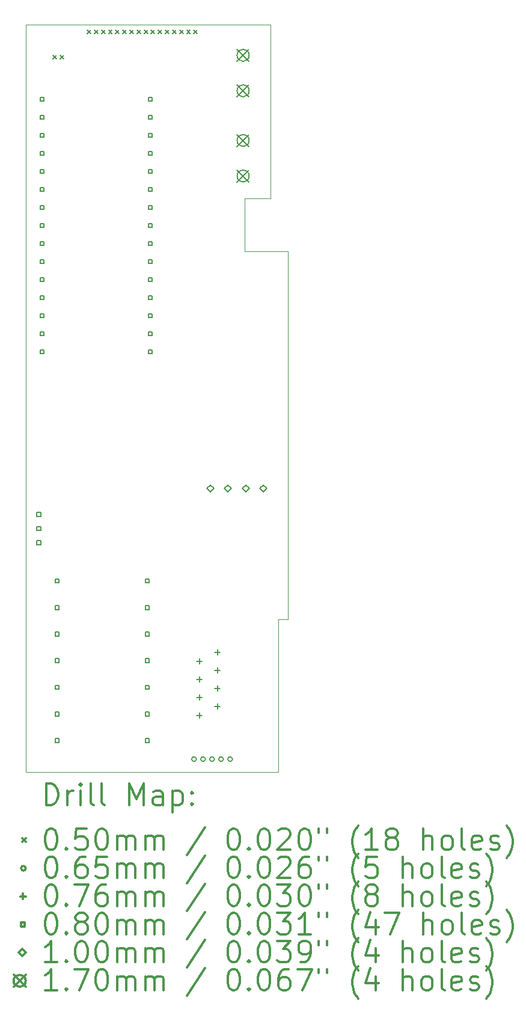
<source format=gbr>
%FSLAX45Y45*%
G04 Gerber Fmt 4.5, Leading zero omitted, Abs format (unit mm)*
G04 Created by KiCad (PCBNEW 5.1.5) date 2019-11-29 13:28:31*
%MOMM*%
%LPD*%
G04 APERTURE LIST*
%TA.AperFunction,Profile*%
%ADD10C,0.050000*%
%TD*%
%ADD11C,0.200000*%
%ADD12C,0.300000*%
G04 APERTURE END LIST*
D10*
X7310000Y-17070000D02*
X7310000Y-6550000D01*
X10870000Y-17070000D02*
X7310000Y-17070000D01*
X10870000Y-14920000D02*
X10870000Y-17070000D01*
X11000000Y-14920000D02*
X10870000Y-14920000D01*
X11000000Y-9740000D02*
X11000000Y-14920000D01*
X10390000Y-9740000D02*
X11000000Y-9740000D01*
X10390000Y-9000000D02*
X10390000Y-9740000D01*
X10760000Y-9000000D02*
X10390000Y-9000000D01*
X10760000Y-6550000D02*
X10760000Y-9000000D01*
X7310000Y-6550000D02*
X10760000Y-6550000D01*
D11*
X8175000Y-6625000D02*
X8225000Y-6675000D01*
X8225000Y-6625000D02*
X8175000Y-6675000D01*
X8275000Y-6625000D02*
X8325000Y-6675000D01*
X8325000Y-6625000D02*
X8275000Y-6675000D01*
X8375000Y-6625000D02*
X8425000Y-6675000D01*
X8425000Y-6625000D02*
X8375000Y-6675000D01*
X8475000Y-6625000D02*
X8525000Y-6675000D01*
X8525000Y-6625000D02*
X8475000Y-6675000D01*
X8575000Y-6625000D02*
X8625000Y-6675000D01*
X8625000Y-6625000D02*
X8575000Y-6675000D01*
X8675000Y-6625000D02*
X8725000Y-6675000D01*
X8725000Y-6625000D02*
X8675000Y-6675000D01*
X8775000Y-6625000D02*
X8825000Y-6675000D01*
X8825000Y-6625000D02*
X8775000Y-6675000D01*
X8875000Y-6625000D02*
X8925000Y-6675000D01*
X8925000Y-6625000D02*
X8875000Y-6675000D01*
X8975000Y-6625000D02*
X9025000Y-6675000D01*
X9025000Y-6625000D02*
X8975000Y-6675000D01*
X9075000Y-6625000D02*
X9125000Y-6675000D01*
X9125000Y-6625000D02*
X9075000Y-6675000D01*
X9175000Y-6625000D02*
X9225000Y-6675000D01*
X9225000Y-6625000D02*
X9175000Y-6675000D01*
X9275000Y-6625000D02*
X9325000Y-6675000D01*
X9325000Y-6625000D02*
X9275000Y-6675000D01*
X9375000Y-6625000D02*
X9425000Y-6675000D01*
X9425000Y-6625000D02*
X9375000Y-6675000D01*
X9475000Y-6625000D02*
X9525000Y-6675000D01*
X9525000Y-6625000D02*
X9475000Y-6675000D01*
X9575000Y-6625000D02*
X9625000Y-6675000D01*
X9625000Y-6625000D02*
X9575000Y-6675000D01*
X9675000Y-6625000D02*
X9725000Y-6675000D01*
X9725000Y-6625000D02*
X9675000Y-6675000D01*
X7695000Y-6985000D02*
X7745000Y-7035000D01*
X7745000Y-6985000D02*
X7695000Y-7035000D01*
X7795000Y-6985000D02*
X7845000Y-7035000D01*
X7845000Y-6985000D02*
X7795000Y-7035000D01*
X9711500Y-16891000D02*
G75*
G03X9711500Y-16891000I-32500J0D01*
G01*
X9838500Y-16891000D02*
G75*
G03X9838500Y-16891000I-32500J0D01*
G01*
X9965500Y-16891000D02*
G75*
G03X9965500Y-16891000I-32500J0D01*
G01*
X10092500Y-16891000D02*
G75*
G03X10092500Y-16891000I-32500J0D01*
G01*
X10219500Y-16891000D02*
G75*
G03X10219500Y-16891000I-32500J0D01*
G01*
X9756000Y-15476900D02*
X9756000Y-15553100D01*
X9717900Y-15515000D02*
X9794100Y-15515000D01*
X9756000Y-15730900D02*
X9756000Y-15807100D01*
X9717900Y-15769000D02*
X9794100Y-15769000D01*
X9756000Y-15984900D02*
X9756000Y-16061100D01*
X9717900Y-16023000D02*
X9794100Y-16023000D01*
X9756000Y-16238900D02*
X9756000Y-16315100D01*
X9717900Y-16277000D02*
X9794100Y-16277000D01*
X10010000Y-15349900D02*
X10010000Y-15426100D01*
X9971900Y-15388000D02*
X10048100Y-15388000D01*
X10010000Y-15603900D02*
X10010000Y-15680100D01*
X9971900Y-15642000D02*
X10048100Y-15642000D01*
X10010000Y-15857900D02*
X10010000Y-15934100D01*
X9971900Y-15896000D02*
X10048100Y-15896000D01*
X10010000Y-16111900D02*
X10010000Y-16188100D01*
X9971900Y-16150000D02*
X10048100Y-16150000D01*
X7778284Y-16283284D02*
X7778284Y-16226715D01*
X7721715Y-16226715D01*
X7721715Y-16283284D01*
X7778284Y-16283284D01*
X9048285Y-16283284D02*
X9048285Y-16226715D01*
X8991716Y-16226715D01*
X8991716Y-16283284D01*
X9048285Y-16283284D01*
X7778284Y-15908284D02*
X7778284Y-15851715D01*
X7721715Y-15851715D01*
X7721715Y-15908284D01*
X7778284Y-15908284D01*
X9048285Y-15908284D02*
X9048285Y-15851715D01*
X8991716Y-15851715D01*
X8991716Y-15908284D01*
X9048285Y-15908284D01*
X7778284Y-15158284D02*
X7778284Y-15101715D01*
X7721715Y-15101715D01*
X7721715Y-15158284D01*
X7778284Y-15158284D01*
X9048285Y-15158284D02*
X9048285Y-15101715D01*
X8991716Y-15101715D01*
X8991716Y-15158284D01*
X9048285Y-15158284D01*
X7568284Y-7628284D02*
X7568284Y-7571715D01*
X7511715Y-7571715D01*
X7511715Y-7628284D01*
X7568284Y-7628284D01*
X7568284Y-7882284D02*
X7568284Y-7825715D01*
X7511715Y-7825715D01*
X7511715Y-7882284D01*
X7568284Y-7882284D01*
X7568284Y-8136284D02*
X7568284Y-8079715D01*
X7511715Y-8079715D01*
X7511715Y-8136284D01*
X7568284Y-8136284D01*
X7568284Y-8390285D02*
X7568284Y-8333715D01*
X7511715Y-8333715D01*
X7511715Y-8390285D01*
X7568284Y-8390285D01*
X7568284Y-8644285D02*
X7568284Y-8587716D01*
X7511715Y-8587716D01*
X7511715Y-8644285D01*
X7568284Y-8644285D01*
X7568284Y-8898285D02*
X7568284Y-8841716D01*
X7511715Y-8841716D01*
X7511715Y-8898285D01*
X7568284Y-8898285D01*
X7568284Y-9152285D02*
X7568284Y-9095716D01*
X7511715Y-9095716D01*
X7511715Y-9152285D01*
X7568284Y-9152285D01*
X7568284Y-9406285D02*
X7568284Y-9349716D01*
X7511715Y-9349716D01*
X7511715Y-9406285D01*
X7568284Y-9406285D01*
X7568284Y-9660285D02*
X7568284Y-9603716D01*
X7511715Y-9603716D01*
X7511715Y-9660285D01*
X7568284Y-9660285D01*
X7568284Y-9914285D02*
X7568284Y-9857716D01*
X7511715Y-9857716D01*
X7511715Y-9914285D01*
X7568284Y-9914285D01*
X7568284Y-10168285D02*
X7568284Y-10111716D01*
X7511715Y-10111716D01*
X7511715Y-10168285D01*
X7568284Y-10168285D01*
X7568284Y-10422285D02*
X7568284Y-10365716D01*
X7511715Y-10365716D01*
X7511715Y-10422285D01*
X7568284Y-10422285D01*
X7568284Y-10676285D02*
X7568284Y-10619716D01*
X7511715Y-10619716D01*
X7511715Y-10676285D01*
X7568284Y-10676285D01*
X7568284Y-10930285D02*
X7568284Y-10873716D01*
X7511715Y-10873716D01*
X7511715Y-10930285D01*
X7568284Y-10930285D01*
X7568284Y-11184285D02*
X7568284Y-11127716D01*
X7511715Y-11127716D01*
X7511715Y-11184285D01*
X7568284Y-11184285D01*
X9092285Y-7628284D02*
X9092285Y-7571715D01*
X9035716Y-7571715D01*
X9035716Y-7628284D01*
X9092285Y-7628284D01*
X9092285Y-7882284D02*
X9092285Y-7825715D01*
X9035716Y-7825715D01*
X9035716Y-7882284D01*
X9092285Y-7882284D01*
X9092285Y-8136284D02*
X9092285Y-8079715D01*
X9035716Y-8079715D01*
X9035716Y-8136284D01*
X9092285Y-8136284D01*
X9092285Y-8390285D02*
X9092285Y-8333715D01*
X9035716Y-8333715D01*
X9035716Y-8390285D01*
X9092285Y-8390285D01*
X9092285Y-8644285D02*
X9092285Y-8587716D01*
X9035716Y-8587716D01*
X9035716Y-8644285D01*
X9092285Y-8644285D01*
X9092285Y-8898285D02*
X9092285Y-8841716D01*
X9035716Y-8841716D01*
X9035716Y-8898285D01*
X9092285Y-8898285D01*
X9092285Y-9152285D02*
X9092285Y-9095716D01*
X9035716Y-9095716D01*
X9035716Y-9152285D01*
X9092285Y-9152285D01*
X9092285Y-9406285D02*
X9092285Y-9349716D01*
X9035716Y-9349716D01*
X9035716Y-9406285D01*
X9092285Y-9406285D01*
X9092285Y-9660285D02*
X9092285Y-9603716D01*
X9035716Y-9603716D01*
X9035716Y-9660285D01*
X9092285Y-9660285D01*
X9092285Y-9914285D02*
X9092285Y-9857716D01*
X9035716Y-9857716D01*
X9035716Y-9914285D01*
X9092285Y-9914285D01*
X9092285Y-10168285D02*
X9092285Y-10111716D01*
X9035716Y-10111716D01*
X9035716Y-10168285D01*
X9092285Y-10168285D01*
X9092285Y-10422285D02*
X9092285Y-10365716D01*
X9035716Y-10365716D01*
X9035716Y-10422285D01*
X9092285Y-10422285D01*
X9092285Y-10676285D02*
X9092285Y-10619716D01*
X9035716Y-10619716D01*
X9035716Y-10676285D01*
X9092285Y-10676285D01*
X9092285Y-10930285D02*
X9092285Y-10873716D01*
X9035716Y-10873716D01*
X9035716Y-10930285D01*
X9092285Y-10930285D01*
X9092285Y-11184285D02*
X9092285Y-11127716D01*
X9035716Y-11127716D01*
X9035716Y-11184285D01*
X9092285Y-11184285D01*
X7521284Y-13471284D02*
X7521284Y-13414715D01*
X7464715Y-13414715D01*
X7464715Y-13471284D01*
X7521284Y-13471284D01*
X7521284Y-13671284D02*
X7521284Y-13614715D01*
X7464715Y-13614715D01*
X7464715Y-13671284D01*
X7521284Y-13671284D01*
X7521284Y-13871284D02*
X7521284Y-13814715D01*
X7464715Y-13814715D01*
X7464715Y-13871284D01*
X7521284Y-13871284D01*
X7778284Y-14783284D02*
X7778284Y-14726715D01*
X7721715Y-14726715D01*
X7721715Y-14783284D01*
X7778284Y-14783284D01*
X9048285Y-14783284D02*
X9048285Y-14726715D01*
X8991716Y-14726715D01*
X8991716Y-14783284D01*
X9048285Y-14783284D01*
X7778284Y-15533284D02*
X7778284Y-15476715D01*
X7721715Y-15476715D01*
X7721715Y-15533284D01*
X7778284Y-15533284D01*
X9048285Y-15533284D02*
X9048285Y-15476715D01*
X8991716Y-15476715D01*
X8991716Y-15533284D01*
X9048285Y-15533284D01*
X7778284Y-14408284D02*
X7778284Y-14351715D01*
X7721715Y-14351715D01*
X7721715Y-14408284D01*
X7778284Y-14408284D01*
X9048285Y-14408284D02*
X9048285Y-14351715D01*
X8991716Y-14351715D01*
X8991716Y-14408284D01*
X9048285Y-14408284D01*
X7778284Y-16658284D02*
X7778284Y-16601715D01*
X7721715Y-16601715D01*
X7721715Y-16658284D01*
X7778284Y-16658284D01*
X9048285Y-16658284D02*
X9048285Y-16601715D01*
X8991716Y-16601715D01*
X8991716Y-16658284D01*
X9048285Y-16658284D01*
X9906000Y-13131000D02*
X9956000Y-13081000D01*
X9906000Y-13031000D01*
X9856000Y-13081000D01*
X9906000Y-13131000D01*
X10156000Y-13131000D02*
X10206000Y-13081000D01*
X10156000Y-13031000D01*
X10106000Y-13081000D01*
X10156000Y-13131000D01*
X10406000Y-13131000D02*
X10456000Y-13081000D01*
X10406000Y-13031000D01*
X10356000Y-13081000D01*
X10406000Y-13131000D01*
X10656000Y-13131000D02*
X10706000Y-13081000D01*
X10656000Y-13031000D01*
X10606000Y-13081000D01*
X10656000Y-13131000D01*
X10285000Y-6895000D02*
X10455000Y-7065000D01*
X10455000Y-6895000D02*
X10285000Y-7065000D01*
X10455000Y-6980000D02*
G75*
G03X10455000Y-6980000I-85000J0D01*
G01*
X10285000Y-7395000D02*
X10455000Y-7565000D01*
X10455000Y-7395000D02*
X10285000Y-7565000D01*
X10455000Y-7480000D02*
G75*
G03X10455000Y-7480000I-85000J0D01*
G01*
X10285000Y-8095000D02*
X10455000Y-8265000D01*
X10455000Y-8095000D02*
X10285000Y-8265000D01*
X10455000Y-8180000D02*
G75*
G03X10455000Y-8180000I-85000J0D01*
G01*
X10285000Y-8595000D02*
X10455000Y-8765000D01*
X10455000Y-8595000D02*
X10285000Y-8765000D01*
X10455000Y-8680000D02*
G75*
G03X10455000Y-8680000I-85000J0D01*
G01*
D12*
X7593928Y-17538214D02*
X7593928Y-17238214D01*
X7665357Y-17238214D01*
X7708214Y-17252500D01*
X7736786Y-17281072D01*
X7751071Y-17309643D01*
X7765357Y-17366786D01*
X7765357Y-17409643D01*
X7751071Y-17466786D01*
X7736786Y-17495357D01*
X7708214Y-17523929D01*
X7665357Y-17538214D01*
X7593928Y-17538214D01*
X7893928Y-17538214D02*
X7893928Y-17338214D01*
X7893928Y-17395357D02*
X7908214Y-17366786D01*
X7922500Y-17352500D01*
X7951071Y-17338214D01*
X7979643Y-17338214D01*
X8079643Y-17538214D02*
X8079643Y-17338214D01*
X8079643Y-17238214D02*
X8065357Y-17252500D01*
X8079643Y-17266786D01*
X8093928Y-17252500D01*
X8079643Y-17238214D01*
X8079643Y-17266786D01*
X8265357Y-17538214D02*
X8236786Y-17523929D01*
X8222500Y-17495357D01*
X8222500Y-17238214D01*
X8422500Y-17538214D02*
X8393928Y-17523929D01*
X8379643Y-17495357D01*
X8379643Y-17238214D01*
X8765357Y-17538214D02*
X8765357Y-17238214D01*
X8865357Y-17452500D01*
X8965357Y-17238214D01*
X8965357Y-17538214D01*
X9236786Y-17538214D02*
X9236786Y-17381072D01*
X9222500Y-17352500D01*
X9193928Y-17338214D01*
X9136786Y-17338214D01*
X9108214Y-17352500D01*
X9236786Y-17523929D02*
X9208214Y-17538214D01*
X9136786Y-17538214D01*
X9108214Y-17523929D01*
X9093928Y-17495357D01*
X9093928Y-17466786D01*
X9108214Y-17438214D01*
X9136786Y-17423929D01*
X9208214Y-17423929D01*
X9236786Y-17409643D01*
X9379643Y-17338214D02*
X9379643Y-17638214D01*
X9379643Y-17352500D02*
X9408214Y-17338214D01*
X9465357Y-17338214D01*
X9493928Y-17352500D01*
X9508214Y-17366786D01*
X9522500Y-17395357D01*
X9522500Y-17481072D01*
X9508214Y-17509643D01*
X9493928Y-17523929D01*
X9465357Y-17538214D01*
X9408214Y-17538214D01*
X9379643Y-17523929D01*
X9651071Y-17509643D02*
X9665357Y-17523929D01*
X9651071Y-17538214D01*
X9636786Y-17523929D01*
X9651071Y-17509643D01*
X9651071Y-17538214D01*
X9651071Y-17352500D02*
X9665357Y-17366786D01*
X9651071Y-17381072D01*
X9636786Y-17366786D01*
X9651071Y-17352500D01*
X9651071Y-17381072D01*
X7257500Y-18007500D02*
X7307500Y-18057500D01*
X7307500Y-18007500D02*
X7257500Y-18057500D01*
X7651071Y-17868214D02*
X7679643Y-17868214D01*
X7708214Y-17882500D01*
X7722500Y-17896786D01*
X7736786Y-17925357D01*
X7751071Y-17982500D01*
X7751071Y-18053929D01*
X7736786Y-18111072D01*
X7722500Y-18139643D01*
X7708214Y-18153929D01*
X7679643Y-18168214D01*
X7651071Y-18168214D01*
X7622500Y-18153929D01*
X7608214Y-18139643D01*
X7593928Y-18111072D01*
X7579643Y-18053929D01*
X7579643Y-17982500D01*
X7593928Y-17925357D01*
X7608214Y-17896786D01*
X7622500Y-17882500D01*
X7651071Y-17868214D01*
X7879643Y-18139643D02*
X7893928Y-18153929D01*
X7879643Y-18168214D01*
X7865357Y-18153929D01*
X7879643Y-18139643D01*
X7879643Y-18168214D01*
X8165357Y-17868214D02*
X8022500Y-17868214D01*
X8008214Y-18011072D01*
X8022500Y-17996786D01*
X8051071Y-17982500D01*
X8122500Y-17982500D01*
X8151071Y-17996786D01*
X8165357Y-18011072D01*
X8179643Y-18039643D01*
X8179643Y-18111072D01*
X8165357Y-18139643D01*
X8151071Y-18153929D01*
X8122500Y-18168214D01*
X8051071Y-18168214D01*
X8022500Y-18153929D01*
X8008214Y-18139643D01*
X8365357Y-17868214D02*
X8393928Y-17868214D01*
X8422500Y-17882500D01*
X8436786Y-17896786D01*
X8451071Y-17925357D01*
X8465357Y-17982500D01*
X8465357Y-18053929D01*
X8451071Y-18111072D01*
X8436786Y-18139643D01*
X8422500Y-18153929D01*
X8393928Y-18168214D01*
X8365357Y-18168214D01*
X8336786Y-18153929D01*
X8322500Y-18139643D01*
X8308214Y-18111072D01*
X8293928Y-18053929D01*
X8293928Y-17982500D01*
X8308214Y-17925357D01*
X8322500Y-17896786D01*
X8336786Y-17882500D01*
X8365357Y-17868214D01*
X8593928Y-18168214D02*
X8593928Y-17968214D01*
X8593928Y-17996786D02*
X8608214Y-17982500D01*
X8636786Y-17968214D01*
X8679643Y-17968214D01*
X8708214Y-17982500D01*
X8722500Y-18011072D01*
X8722500Y-18168214D01*
X8722500Y-18011072D02*
X8736786Y-17982500D01*
X8765357Y-17968214D01*
X8808214Y-17968214D01*
X8836786Y-17982500D01*
X8851071Y-18011072D01*
X8851071Y-18168214D01*
X8993928Y-18168214D02*
X8993928Y-17968214D01*
X8993928Y-17996786D02*
X9008214Y-17982500D01*
X9036786Y-17968214D01*
X9079643Y-17968214D01*
X9108214Y-17982500D01*
X9122500Y-18011072D01*
X9122500Y-18168214D01*
X9122500Y-18011072D02*
X9136786Y-17982500D01*
X9165357Y-17968214D01*
X9208214Y-17968214D01*
X9236786Y-17982500D01*
X9251071Y-18011072D01*
X9251071Y-18168214D01*
X9836786Y-17853929D02*
X9579643Y-18239643D01*
X10222500Y-17868214D02*
X10251071Y-17868214D01*
X10279643Y-17882500D01*
X10293928Y-17896786D01*
X10308214Y-17925357D01*
X10322500Y-17982500D01*
X10322500Y-18053929D01*
X10308214Y-18111072D01*
X10293928Y-18139643D01*
X10279643Y-18153929D01*
X10251071Y-18168214D01*
X10222500Y-18168214D01*
X10193928Y-18153929D01*
X10179643Y-18139643D01*
X10165357Y-18111072D01*
X10151071Y-18053929D01*
X10151071Y-17982500D01*
X10165357Y-17925357D01*
X10179643Y-17896786D01*
X10193928Y-17882500D01*
X10222500Y-17868214D01*
X10451071Y-18139643D02*
X10465357Y-18153929D01*
X10451071Y-18168214D01*
X10436786Y-18153929D01*
X10451071Y-18139643D01*
X10451071Y-18168214D01*
X10651071Y-17868214D02*
X10679643Y-17868214D01*
X10708214Y-17882500D01*
X10722500Y-17896786D01*
X10736786Y-17925357D01*
X10751071Y-17982500D01*
X10751071Y-18053929D01*
X10736786Y-18111072D01*
X10722500Y-18139643D01*
X10708214Y-18153929D01*
X10679643Y-18168214D01*
X10651071Y-18168214D01*
X10622500Y-18153929D01*
X10608214Y-18139643D01*
X10593928Y-18111072D01*
X10579643Y-18053929D01*
X10579643Y-17982500D01*
X10593928Y-17925357D01*
X10608214Y-17896786D01*
X10622500Y-17882500D01*
X10651071Y-17868214D01*
X10865357Y-17896786D02*
X10879643Y-17882500D01*
X10908214Y-17868214D01*
X10979643Y-17868214D01*
X11008214Y-17882500D01*
X11022500Y-17896786D01*
X11036786Y-17925357D01*
X11036786Y-17953929D01*
X11022500Y-17996786D01*
X10851071Y-18168214D01*
X11036786Y-18168214D01*
X11222500Y-17868214D02*
X11251071Y-17868214D01*
X11279643Y-17882500D01*
X11293928Y-17896786D01*
X11308214Y-17925357D01*
X11322500Y-17982500D01*
X11322500Y-18053929D01*
X11308214Y-18111072D01*
X11293928Y-18139643D01*
X11279643Y-18153929D01*
X11251071Y-18168214D01*
X11222500Y-18168214D01*
X11193928Y-18153929D01*
X11179643Y-18139643D01*
X11165357Y-18111072D01*
X11151071Y-18053929D01*
X11151071Y-17982500D01*
X11165357Y-17925357D01*
X11179643Y-17896786D01*
X11193928Y-17882500D01*
X11222500Y-17868214D01*
X11436786Y-17868214D02*
X11436786Y-17925357D01*
X11551071Y-17868214D02*
X11551071Y-17925357D01*
X11993928Y-18282500D02*
X11979643Y-18268214D01*
X11951071Y-18225357D01*
X11936786Y-18196786D01*
X11922500Y-18153929D01*
X11908214Y-18082500D01*
X11908214Y-18025357D01*
X11922500Y-17953929D01*
X11936786Y-17911072D01*
X11951071Y-17882500D01*
X11979643Y-17839643D01*
X11993928Y-17825357D01*
X12265357Y-18168214D02*
X12093928Y-18168214D01*
X12179643Y-18168214D02*
X12179643Y-17868214D01*
X12151071Y-17911072D01*
X12122500Y-17939643D01*
X12093928Y-17953929D01*
X12436786Y-17996786D02*
X12408214Y-17982500D01*
X12393928Y-17968214D01*
X12379643Y-17939643D01*
X12379643Y-17925357D01*
X12393928Y-17896786D01*
X12408214Y-17882500D01*
X12436786Y-17868214D01*
X12493928Y-17868214D01*
X12522500Y-17882500D01*
X12536786Y-17896786D01*
X12551071Y-17925357D01*
X12551071Y-17939643D01*
X12536786Y-17968214D01*
X12522500Y-17982500D01*
X12493928Y-17996786D01*
X12436786Y-17996786D01*
X12408214Y-18011072D01*
X12393928Y-18025357D01*
X12379643Y-18053929D01*
X12379643Y-18111072D01*
X12393928Y-18139643D01*
X12408214Y-18153929D01*
X12436786Y-18168214D01*
X12493928Y-18168214D01*
X12522500Y-18153929D01*
X12536786Y-18139643D01*
X12551071Y-18111072D01*
X12551071Y-18053929D01*
X12536786Y-18025357D01*
X12522500Y-18011072D01*
X12493928Y-17996786D01*
X12908214Y-18168214D02*
X12908214Y-17868214D01*
X13036786Y-18168214D02*
X13036786Y-18011072D01*
X13022500Y-17982500D01*
X12993928Y-17968214D01*
X12951071Y-17968214D01*
X12922500Y-17982500D01*
X12908214Y-17996786D01*
X13222500Y-18168214D02*
X13193928Y-18153929D01*
X13179643Y-18139643D01*
X13165357Y-18111072D01*
X13165357Y-18025357D01*
X13179643Y-17996786D01*
X13193928Y-17982500D01*
X13222500Y-17968214D01*
X13265357Y-17968214D01*
X13293928Y-17982500D01*
X13308214Y-17996786D01*
X13322500Y-18025357D01*
X13322500Y-18111072D01*
X13308214Y-18139643D01*
X13293928Y-18153929D01*
X13265357Y-18168214D01*
X13222500Y-18168214D01*
X13493928Y-18168214D02*
X13465357Y-18153929D01*
X13451071Y-18125357D01*
X13451071Y-17868214D01*
X13722500Y-18153929D02*
X13693928Y-18168214D01*
X13636786Y-18168214D01*
X13608214Y-18153929D01*
X13593928Y-18125357D01*
X13593928Y-18011072D01*
X13608214Y-17982500D01*
X13636786Y-17968214D01*
X13693928Y-17968214D01*
X13722500Y-17982500D01*
X13736786Y-18011072D01*
X13736786Y-18039643D01*
X13593928Y-18068214D01*
X13851071Y-18153929D02*
X13879643Y-18168214D01*
X13936786Y-18168214D01*
X13965357Y-18153929D01*
X13979643Y-18125357D01*
X13979643Y-18111072D01*
X13965357Y-18082500D01*
X13936786Y-18068214D01*
X13893928Y-18068214D01*
X13865357Y-18053929D01*
X13851071Y-18025357D01*
X13851071Y-18011072D01*
X13865357Y-17982500D01*
X13893928Y-17968214D01*
X13936786Y-17968214D01*
X13965357Y-17982500D01*
X14079643Y-18282500D02*
X14093928Y-18268214D01*
X14122500Y-18225357D01*
X14136786Y-18196786D01*
X14151071Y-18153929D01*
X14165357Y-18082500D01*
X14165357Y-18025357D01*
X14151071Y-17953929D01*
X14136786Y-17911072D01*
X14122500Y-17882500D01*
X14093928Y-17839643D01*
X14079643Y-17825357D01*
X7307500Y-18428500D02*
G75*
G03X7307500Y-18428500I-32500J0D01*
G01*
X7651071Y-18264214D02*
X7679643Y-18264214D01*
X7708214Y-18278500D01*
X7722500Y-18292786D01*
X7736786Y-18321357D01*
X7751071Y-18378500D01*
X7751071Y-18449929D01*
X7736786Y-18507072D01*
X7722500Y-18535643D01*
X7708214Y-18549929D01*
X7679643Y-18564214D01*
X7651071Y-18564214D01*
X7622500Y-18549929D01*
X7608214Y-18535643D01*
X7593928Y-18507072D01*
X7579643Y-18449929D01*
X7579643Y-18378500D01*
X7593928Y-18321357D01*
X7608214Y-18292786D01*
X7622500Y-18278500D01*
X7651071Y-18264214D01*
X7879643Y-18535643D02*
X7893928Y-18549929D01*
X7879643Y-18564214D01*
X7865357Y-18549929D01*
X7879643Y-18535643D01*
X7879643Y-18564214D01*
X8151071Y-18264214D02*
X8093928Y-18264214D01*
X8065357Y-18278500D01*
X8051071Y-18292786D01*
X8022500Y-18335643D01*
X8008214Y-18392786D01*
X8008214Y-18507072D01*
X8022500Y-18535643D01*
X8036786Y-18549929D01*
X8065357Y-18564214D01*
X8122500Y-18564214D01*
X8151071Y-18549929D01*
X8165357Y-18535643D01*
X8179643Y-18507072D01*
X8179643Y-18435643D01*
X8165357Y-18407072D01*
X8151071Y-18392786D01*
X8122500Y-18378500D01*
X8065357Y-18378500D01*
X8036786Y-18392786D01*
X8022500Y-18407072D01*
X8008214Y-18435643D01*
X8451071Y-18264214D02*
X8308214Y-18264214D01*
X8293928Y-18407072D01*
X8308214Y-18392786D01*
X8336786Y-18378500D01*
X8408214Y-18378500D01*
X8436786Y-18392786D01*
X8451071Y-18407072D01*
X8465357Y-18435643D01*
X8465357Y-18507072D01*
X8451071Y-18535643D01*
X8436786Y-18549929D01*
X8408214Y-18564214D01*
X8336786Y-18564214D01*
X8308214Y-18549929D01*
X8293928Y-18535643D01*
X8593928Y-18564214D02*
X8593928Y-18364214D01*
X8593928Y-18392786D02*
X8608214Y-18378500D01*
X8636786Y-18364214D01*
X8679643Y-18364214D01*
X8708214Y-18378500D01*
X8722500Y-18407072D01*
X8722500Y-18564214D01*
X8722500Y-18407072D02*
X8736786Y-18378500D01*
X8765357Y-18364214D01*
X8808214Y-18364214D01*
X8836786Y-18378500D01*
X8851071Y-18407072D01*
X8851071Y-18564214D01*
X8993928Y-18564214D02*
X8993928Y-18364214D01*
X8993928Y-18392786D02*
X9008214Y-18378500D01*
X9036786Y-18364214D01*
X9079643Y-18364214D01*
X9108214Y-18378500D01*
X9122500Y-18407072D01*
X9122500Y-18564214D01*
X9122500Y-18407072D02*
X9136786Y-18378500D01*
X9165357Y-18364214D01*
X9208214Y-18364214D01*
X9236786Y-18378500D01*
X9251071Y-18407072D01*
X9251071Y-18564214D01*
X9836786Y-18249929D02*
X9579643Y-18635643D01*
X10222500Y-18264214D02*
X10251071Y-18264214D01*
X10279643Y-18278500D01*
X10293928Y-18292786D01*
X10308214Y-18321357D01*
X10322500Y-18378500D01*
X10322500Y-18449929D01*
X10308214Y-18507072D01*
X10293928Y-18535643D01*
X10279643Y-18549929D01*
X10251071Y-18564214D01*
X10222500Y-18564214D01*
X10193928Y-18549929D01*
X10179643Y-18535643D01*
X10165357Y-18507072D01*
X10151071Y-18449929D01*
X10151071Y-18378500D01*
X10165357Y-18321357D01*
X10179643Y-18292786D01*
X10193928Y-18278500D01*
X10222500Y-18264214D01*
X10451071Y-18535643D02*
X10465357Y-18549929D01*
X10451071Y-18564214D01*
X10436786Y-18549929D01*
X10451071Y-18535643D01*
X10451071Y-18564214D01*
X10651071Y-18264214D02*
X10679643Y-18264214D01*
X10708214Y-18278500D01*
X10722500Y-18292786D01*
X10736786Y-18321357D01*
X10751071Y-18378500D01*
X10751071Y-18449929D01*
X10736786Y-18507072D01*
X10722500Y-18535643D01*
X10708214Y-18549929D01*
X10679643Y-18564214D01*
X10651071Y-18564214D01*
X10622500Y-18549929D01*
X10608214Y-18535643D01*
X10593928Y-18507072D01*
X10579643Y-18449929D01*
X10579643Y-18378500D01*
X10593928Y-18321357D01*
X10608214Y-18292786D01*
X10622500Y-18278500D01*
X10651071Y-18264214D01*
X10865357Y-18292786D02*
X10879643Y-18278500D01*
X10908214Y-18264214D01*
X10979643Y-18264214D01*
X11008214Y-18278500D01*
X11022500Y-18292786D01*
X11036786Y-18321357D01*
X11036786Y-18349929D01*
X11022500Y-18392786D01*
X10851071Y-18564214D01*
X11036786Y-18564214D01*
X11293928Y-18264214D02*
X11236786Y-18264214D01*
X11208214Y-18278500D01*
X11193928Y-18292786D01*
X11165357Y-18335643D01*
X11151071Y-18392786D01*
X11151071Y-18507072D01*
X11165357Y-18535643D01*
X11179643Y-18549929D01*
X11208214Y-18564214D01*
X11265357Y-18564214D01*
X11293928Y-18549929D01*
X11308214Y-18535643D01*
X11322500Y-18507072D01*
X11322500Y-18435643D01*
X11308214Y-18407072D01*
X11293928Y-18392786D01*
X11265357Y-18378500D01*
X11208214Y-18378500D01*
X11179643Y-18392786D01*
X11165357Y-18407072D01*
X11151071Y-18435643D01*
X11436786Y-18264214D02*
X11436786Y-18321357D01*
X11551071Y-18264214D02*
X11551071Y-18321357D01*
X11993928Y-18678500D02*
X11979643Y-18664214D01*
X11951071Y-18621357D01*
X11936786Y-18592786D01*
X11922500Y-18549929D01*
X11908214Y-18478500D01*
X11908214Y-18421357D01*
X11922500Y-18349929D01*
X11936786Y-18307072D01*
X11951071Y-18278500D01*
X11979643Y-18235643D01*
X11993928Y-18221357D01*
X12251071Y-18264214D02*
X12108214Y-18264214D01*
X12093928Y-18407072D01*
X12108214Y-18392786D01*
X12136786Y-18378500D01*
X12208214Y-18378500D01*
X12236786Y-18392786D01*
X12251071Y-18407072D01*
X12265357Y-18435643D01*
X12265357Y-18507072D01*
X12251071Y-18535643D01*
X12236786Y-18549929D01*
X12208214Y-18564214D01*
X12136786Y-18564214D01*
X12108214Y-18549929D01*
X12093928Y-18535643D01*
X12622500Y-18564214D02*
X12622500Y-18264214D01*
X12751071Y-18564214D02*
X12751071Y-18407072D01*
X12736786Y-18378500D01*
X12708214Y-18364214D01*
X12665357Y-18364214D01*
X12636786Y-18378500D01*
X12622500Y-18392786D01*
X12936786Y-18564214D02*
X12908214Y-18549929D01*
X12893928Y-18535643D01*
X12879643Y-18507072D01*
X12879643Y-18421357D01*
X12893928Y-18392786D01*
X12908214Y-18378500D01*
X12936786Y-18364214D01*
X12979643Y-18364214D01*
X13008214Y-18378500D01*
X13022500Y-18392786D01*
X13036786Y-18421357D01*
X13036786Y-18507072D01*
X13022500Y-18535643D01*
X13008214Y-18549929D01*
X12979643Y-18564214D01*
X12936786Y-18564214D01*
X13208214Y-18564214D02*
X13179643Y-18549929D01*
X13165357Y-18521357D01*
X13165357Y-18264214D01*
X13436786Y-18549929D02*
X13408214Y-18564214D01*
X13351071Y-18564214D01*
X13322500Y-18549929D01*
X13308214Y-18521357D01*
X13308214Y-18407072D01*
X13322500Y-18378500D01*
X13351071Y-18364214D01*
X13408214Y-18364214D01*
X13436786Y-18378500D01*
X13451071Y-18407072D01*
X13451071Y-18435643D01*
X13308214Y-18464214D01*
X13565357Y-18549929D02*
X13593928Y-18564214D01*
X13651071Y-18564214D01*
X13679643Y-18549929D01*
X13693928Y-18521357D01*
X13693928Y-18507072D01*
X13679643Y-18478500D01*
X13651071Y-18464214D01*
X13608214Y-18464214D01*
X13579643Y-18449929D01*
X13565357Y-18421357D01*
X13565357Y-18407072D01*
X13579643Y-18378500D01*
X13608214Y-18364214D01*
X13651071Y-18364214D01*
X13679643Y-18378500D01*
X13793928Y-18678500D02*
X13808214Y-18664214D01*
X13836786Y-18621357D01*
X13851071Y-18592786D01*
X13865357Y-18549929D01*
X13879643Y-18478500D01*
X13879643Y-18421357D01*
X13865357Y-18349929D01*
X13851071Y-18307072D01*
X13836786Y-18278500D01*
X13808214Y-18235643D01*
X13793928Y-18221357D01*
X7269400Y-18786400D02*
X7269400Y-18862600D01*
X7231300Y-18824500D02*
X7307500Y-18824500D01*
X7651071Y-18660214D02*
X7679643Y-18660214D01*
X7708214Y-18674500D01*
X7722500Y-18688786D01*
X7736786Y-18717357D01*
X7751071Y-18774500D01*
X7751071Y-18845929D01*
X7736786Y-18903072D01*
X7722500Y-18931643D01*
X7708214Y-18945929D01*
X7679643Y-18960214D01*
X7651071Y-18960214D01*
X7622500Y-18945929D01*
X7608214Y-18931643D01*
X7593928Y-18903072D01*
X7579643Y-18845929D01*
X7579643Y-18774500D01*
X7593928Y-18717357D01*
X7608214Y-18688786D01*
X7622500Y-18674500D01*
X7651071Y-18660214D01*
X7879643Y-18931643D02*
X7893928Y-18945929D01*
X7879643Y-18960214D01*
X7865357Y-18945929D01*
X7879643Y-18931643D01*
X7879643Y-18960214D01*
X7993928Y-18660214D02*
X8193928Y-18660214D01*
X8065357Y-18960214D01*
X8436786Y-18660214D02*
X8379643Y-18660214D01*
X8351071Y-18674500D01*
X8336786Y-18688786D01*
X8308214Y-18731643D01*
X8293928Y-18788786D01*
X8293928Y-18903072D01*
X8308214Y-18931643D01*
X8322500Y-18945929D01*
X8351071Y-18960214D01*
X8408214Y-18960214D01*
X8436786Y-18945929D01*
X8451071Y-18931643D01*
X8465357Y-18903072D01*
X8465357Y-18831643D01*
X8451071Y-18803072D01*
X8436786Y-18788786D01*
X8408214Y-18774500D01*
X8351071Y-18774500D01*
X8322500Y-18788786D01*
X8308214Y-18803072D01*
X8293928Y-18831643D01*
X8593928Y-18960214D02*
X8593928Y-18760214D01*
X8593928Y-18788786D02*
X8608214Y-18774500D01*
X8636786Y-18760214D01*
X8679643Y-18760214D01*
X8708214Y-18774500D01*
X8722500Y-18803072D01*
X8722500Y-18960214D01*
X8722500Y-18803072D02*
X8736786Y-18774500D01*
X8765357Y-18760214D01*
X8808214Y-18760214D01*
X8836786Y-18774500D01*
X8851071Y-18803072D01*
X8851071Y-18960214D01*
X8993928Y-18960214D02*
X8993928Y-18760214D01*
X8993928Y-18788786D02*
X9008214Y-18774500D01*
X9036786Y-18760214D01*
X9079643Y-18760214D01*
X9108214Y-18774500D01*
X9122500Y-18803072D01*
X9122500Y-18960214D01*
X9122500Y-18803072D02*
X9136786Y-18774500D01*
X9165357Y-18760214D01*
X9208214Y-18760214D01*
X9236786Y-18774500D01*
X9251071Y-18803072D01*
X9251071Y-18960214D01*
X9836786Y-18645929D02*
X9579643Y-19031643D01*
X10222500Y-18660214D02*
X10251071Y-18660214D01*
X10279643Y-18674500D01*
X10293928Y-18688786D01*
X10308214Y-18717357D01*
X10322500Y-18774500D01*
X10322500Y-18845929D01*
X10308214Y-18903072D01*
X10293928Y-18931643D01*
X10279643Y-18945929D01*
X10251071Y-18960214D01*
X10222500Y-18960214D01*
X10193928Y-18945929D01*
X10179643Y-18931643D01*
X10165357Y-18903072D01*
X10151071Y-18845929D01*
X10151071Y-18774500D01*
X10165357Y-18717357D01*
X10179643Y-18688786D01*
X10193928Y-18674500D01*
X10222500Y-18660214D01*
X10451071Y-18931643D02*
X10465357Y-18945929D01*
X10451071Y-18960214D01*
X10436786Y-18945929D01*
X10451071Y-18931643D01*
X10451071Y-18960214D01*
X10651071Y-18660214D02*
X10679643Y-18660214D01*
X10708214Y-18674500D01*
X10722500Y-18688786D01*
X10736786Y-18717357D01*
X10751071Y-18774500D01*
X10751071Y-18845929D01*
X10736786Y-18903072D01*
X10722500Y-18931643D01*
X10708214Y-18945929D01*
X10679643Y-18960214D01*
X10651071Y-18960214D01*
X10622500Y-18945929D01*
X10608214Y-18931643D01*
X10593928Y-18903072D01*
X10579643Y-18845929D01*
X10579643Y-18774500D01*
X10593928Y-18717357D01*
X10608214Y-18688786D01*
X10622500Y-18674500D01*
X10651071Y-18660214D01*
X10851071Y-18660214D02*
X11036786Y-18660214D01*
X10936786Y-18774500D01*
X10979643Y-18774500D01*
X11008214Y-18788786D01*
X11022500Y-18803072D01*
X11036786Y-18831643D01*
X11036786Y-18903072D01*
X11022500Y-18931643D01*
X11008214Y-18945929D01*
X10979643Y-18960214D01*
X10893928Y-18960214D01*
X10865357Y-18945929D01*
X10851071Y-18931643D01*
X11222500Y-18660214D02*
X11251071Y-18660214D01*
X11279643Y-18674500D01*
X11293928Y-18688786D01*
X11308214Y-18717357D01*
X11322500Y-18774500D01*
X11322500Y-18845929D01*
X11308214Y-18903072D01*
X11293928Y-18931643D01*
X11279643Y-18945929D01*
X11251071Y-18960214D01*
X11222500Y-18960214D01*
X11193928Y-18945929D01*
X11179643Y-18931643D01*
X11165357Y-18903072D01*
X11151071Y-18845929D01*
X11151071Y-18774500D01*
X11165357Y-18717357D01*
X11179643Y-18688786D01*
X11193928Y-18674500D01*
X11222500Y-18660214D01*
X11436786Y-18660214D02*
X11436786Y-18717357D01*
X11551071Y-18660214D02*
X11551071Y-18717357D01*
X11993928Y-19074500D02*
X11979643Y-19060214D01*
X11951071Y-19017357D01*
X11936786Y-18988786D01*
X11922500Y-18945929D01*
X11908214Y-18874500D01*
X11908214Y-18817357D01*
X11922500Y-18745929D01*
X11936786Y-18703072D01*
X11951071Y-18674500D01*
X11979643Y-18631643D01*
X11993928Y-18617357D01*
X12151071Y-18788786D02*
X12122500Y-18774500D01*
X12108214Y-18760214D01*
X12093928Y-18731643D01*
X12093928Y-18717357D01*
X12108214Y-18688786D01*
X12122500Y-18674500D01*
X12151071Y-18660214D01*
X12208214Y-18660214D01*
X12236786Y-18674500D01*
X12251071Y-18688786D01*
X12265357Y-18717357D01*
X12265357Y-18731643D01*
X12251071Y-18760214D01*
X12236786Y-18774500D01*
X12208214Y-18788786D01*
X12151071Y-18788786D01*
X12122500Y-18803072D01*
X12108214Y-18817357D01*
X12093928Y-18845929D01*
X12093928Y-18903072D01*
X12108214Y-18931643D01*
X12122500Y-18945929D01*
X12151071Y-18960214D01*
X12208214Y-18960214D01*
X12236786Y-18945929D01*
X12251071Y-18931643D01*
X12265357Y-18903072D01*
X12265357Y-18845929D01*
X12251071Y-18817357D01*
X12236786Y-18803072D01*
X12208214Y-18788786D01*
X12622500Y-18960214D02*
X12622500Y-18660214D01*
X12751071Y-18960214D02*
X12751071Y-18803072D01*
X12736786Y-18774500D01*
X12708214Y-18760214D01*
X12665357Y-18760214D01*
X12636786Y-18774500D01*
X12622500Y-18788786D01*
X12936786Y-18960214D02*
X12908214Y-18945929D01*
X12893928Y-18931643D01*
X12879643Y-18903072D01*
X12879643Y-18817357D01*
X12893928Y-18788786D01*
X12908214Y-18774500D01*
X12936786Y-18760214D01*
X12979643Y-18760214D01*
X13008214Y-18774500D01*
X13022500Y-18788786D01*
X13036786Y-18817357D01*
X13036786Y-18903072D01*
X13022500Y-18931643D01*
X13008214Y-18945929D01*
X12979643Y-18960214D01*
X12936786Y-18960214D01*
X13208214Y-18960214D02*
X13179643Y-18945929D01*
X13165357Y-18917357D01*
X13165357Y-18660214D01*
X13436786Y-18945929D02*
X13408214Y-18960214D01*
X13351071Y-18960214D01*
X13322500Y-18945929D01*
X13308214Y-18917357D01*
X13308214Y-18803072D01*
X13322500Y-18774500D01*
X13351071Y-18760214D01*
X13408214Y-18760214D01*
X13436786Y-18774500D01*
X13451071Y-18803072D01*
X13451071Y-18831643D01*
X13308214Y-18860214D01*
X13565357Y-18945929D02*
X13593928Y-18960214D01*
X13651071Y-18960214D01*
X13679643Y-18945929D01*
X13693928Y-18917357D01*
X13693928Y-18903072D01*
X13679643Y-18874500D01*
X13651071Y-18860214D01*
X13608214Y-18860214D01*
X13579643Y-18845929D01*
X13565357Y-18817357D01*
X13565357Y-18803072D01*
X13579643Y-18774500D01*
X13608214Y-18760214D01*
X13651071Y-18760214D01*
X13679643Y-18774500D01*
X13793928Y-19074500D02*
X13808214Y-19060214D01*
X13836786Y-19017357D01*
X13851071Y-18988786D01*
X13865357Y-18945929D01*
X13879643Y-18874500D01*
X13879643Y-18817357D01*
X13865357Y-18745929D01*
X13851071Y-18703072D01*
X13836786Y-18674500D01*
X13808214Y-18631643D01*
X13793928Y-18617357D01*
X7295784Y-19248785D02*
X7295784Y-19192216D01*
X7239215Y-19192216D01*
X7239215Y-19248785D01*
X7295784Y-19248785D01*
X7651071Y-19056214D02*
X7679643Y-19056214D01*
X7708214Y-19070500D01*
X7722500Y-19084786D01*
X7736786Y-19113357D01*
X7751071Y-19170500D01*
X7751071Y-19241929D01*
X7736786Y-19299072D01*
X7722500Y-19327643D01*
X7708214Y-19341929D01*
X7679643Y-19356214D01*
X7651071Y-19356214D01*
X7622500Y-19341929D01*
X7608214Y-19327643D01*
X7593928Y-19299072D01*
X7579643Y-19241929D01*
X7579643Y-19170500D01*
X7593928Y-19113357D01*
X7608214Y-19084786D01*
X7622500Y-19070500D01*
X7651071Y-19056214D01*
X7879643Y-19327643D02*
X7893928Y-19341929D01*
X7879643Y-19356214D01*
X7865357Y-19341929D01*
X7879643Y-19327643D01*
X7879643Y-19356214D01*
X8065357Y-19184786D02*
X8036786Y-19170500D01*
X8022500Y-19156214D01*
X8008214Y-19127643D01*
X8008214Y-19113357D01*
X8022500Y-19084786D01*
X8036786Y-19070500D01*
X8065357Y-19056214D01*
X8122500Y-19056214D01*
X8151071Y-19070500D01*
X8165357Y-19084786D01*
X8179643Y-19113357D01*
X8179643Y-19127643D01*
X8165357Y-19156214D01*
X8151071Y-19170500D01*
X8122500Y-19184786D01*
X8065357Y-19184786D01*
X8036786Y-19199072D01*
X8022500Y-19213357D01*
X8008214Y-19241929D01*
X8008214Y-19299072D01*
X8022500Y-19327643D01*
X8036786Y-19341929D01*
X8065357Y-19356214D01*
X8122500Y-19356214D01*
X8151071Y-19341929D01*
X8165357Y-19327643D01*
X8179643Y-19299072D01*
X8179643Y-19241929D01*
X8165357Y-19213357D01*
X8151071Y-19199072D01*
X8122500Y-19184786D01*
X8365357Y-19056214D02*
X8393928Y-19056214D01*
X8422500Y-19070500D01*
X8436786Y-19084786D01*
X8451071Y-19113357D01*
X8465357Y-19170500D01*
X8465357Y-19241929D01*
X8451071Y-19299072D01*
X8436786Y-19327643D01*
X8422500Y-19341929D01*
X8393928Y-19356214D01*
X8365357Y-19356214D01*
X8336786Y-19341929D01*
X8322500Y-19327643D01*
X8308214Y-19299072D01*
X8293928Y-19241929D01*
X8293928Y-19170500D01*
X8308214Y-19113357D01*
X8322500Y-19084786D01*
X8336786Y-19070500D01*
X8365357Y-19056214D01*
X8593928Y-19356214D02*
X8593928Y-19156214D01*
X8593928Y-19184786D02*
X8608214Y-19170500D01*
X8636786Y-19156214D01*
X8679643Y-19156214D01*
X8708214Y-19170500D01*
X8722500Y-19199072D01*
X8722500Y-19356214D01*
X8722500Y-19199072D02*
X8736786Y-19170500D01*
X8765357Y-19156214D01*
X8808214Y-19156214D01*
X8836786Y-19170500D01*
X8851071Y-19199072D01*
X8851071Y-19356214D01*
X8993928Y-19356214D02*
X8993928Y-19156214D01*
X8993928Y-19184786D02*
X9008214Y-19170500D01*
X9036786Y-19156214D01*
X9079643Y-19156214D01*
X9108214Y-19170500D01*
X9122500Y-19199072D01*
X9122500Y-19356214D01*
X9122500Y-19199072D02*
X9136786Y-19170500D01*
X9165357Y-19156214D01*
X9208214Y-19156214D01*
X9236786Y-19170500D01*
X9251071Y-19199072D01*
X9251071Y-19356214D01*
X9836786Y-19041929D02*
X9579643Y-19427643D01*
X10222500Y-19056214D02*
X10251071Y-19056214D01*
X10279643Y-19070500D01*
X10293928Y-19084786D01*
X10308214Y-19113357D01*
X10322500Y-19170500D01*
X10322500Y-19241929D01*
X10308214Y-19299072D01*
X10293928Y-19327643D01*
X10279643Y-19341929D01*
X10251071Y-19356214D01*
X10222500Y-19356214D01*
X10193928Y-19341929D01*
X10179643Y-19327643D01*
X10165357Y-19299072D01*
X10151071Y-19241929D01*
X10151071Y-19170500D01*
X10165357Y-19113357D01*
X10179643Y-19084786D01*
X10193928Y-19070500D01*
X10222500Y-19056214D01*
X10451071Y-19327643D02*
X10465357Y-19341929D01*
X10451071Y-19356214D01*
X10436786Y-19341929D01*
X10451071Y-19327643D01*
X10451071Y-19356214D01*
X10651071Y-19056214D02*
X10679643Y-19056214D01*
X10708214Y-19070500D01*
X10722500Y-19084786D01*
X10736786Y-19113357D01*
X10751071Y-19170500D01*
X10751071Y-19241929D01*
X10736786Y-19299072D01*
X10722500Y-19327643D01*
X10708214Y-19341929D01*
X10679643Y-19356214D01*
X10651071Y-19356214D01*
X10622500Y-19341929D01*
X10608214Y-19327643D01*
X10593928Y-19299072D01*
X10579643Y-19241929D01*
X10579643Y-19170500D01*
X10593928Y-19113357D01*
X10608214Y-19084786D01*
X10622500Y-19070500D01*
X10651071Y-19056214D01*
X10851071Y-19056214D02*
X11036786Y-19056214D01*
X10936786Y-19170500D01*
X10979643Y-19170500D01*
X11008214Y-19184786D01*
X11022500Y-19199072D01*
X11036786Y-19227643D01*
X11036786Y-19299072D01*
X11022500Y-19327643D01*
X11008214Y-19341929D01*
X10979643Y-19356214D01*
X10893928Y-19356214D01*
X10865357Y-19341929D01*
X10851071Y-19327643D01*
X11322500Y-19356214D02*
X11151071Y-19356214D01*
X11236786Y-19356214D02*
X11236786Y-19056214D01*
X11208214Y-19099072D01*
X11179643Y-19127643D01*
X11151071Y-19141929D01*
X11436786Y-19056214D02*
X11436786Y-19113357D01*
X11551071Y-19056214D02*
X11551071Y-19113357D01*
X11993928Y-19470500D02*
X11979643Y-19456214D01*
X11951071Y-19413357D01*
X11936786Y-19384786D01*
X11922500Y-19341929D01*
X11908214Y-19270500D01*
X11908214Y-19213357D01*
X11922500Y-19141929D01*
X11936786Y-19099072D01*
X11951071Y-19070500D01*
X11979643Y-19027643D01*
X11993928Y-19013357D01*
X12236786Y-19156214D02*
X12236786Y-19356214D01*
X12165357Y-19041929D02*
X12093928Y-19256214D01*
X12279643Y-19256214D01*
X12365357Y-19056214D02*
X12565357Y-19056214D01*
X12436786Y-19356214D01*
X12908214Y-19356214D02*
X12908214Y-19056214D01*
X13036786Y-19356214D02*
X13036786Y-19199072D01*
X13022500Y-19170500D01*
X12993928Y-19156214D01*
X12951071Y-19156214D01*
X12922500Y-19170500D01*
X12908214Y-19184786D01*
X13222500Y-19356214D02*
X13193928Y-19341929D01*
X13179643Y-19327643D01*
X13165357Y-19299072D01*
X13165357Y-19213357D01*
X13179643Y-19184786D01*
X13193928Y-19170500D01*
X13222500Y-19156214D01*
X13265357Y-19156214D01*
X13293928Y-19170500D01*
X13308214Y-19184786D01*
X13322500Y-19213357D01*
X13322500Y-19299072D01*
X13308214Y-19327643D01*
X13293928Y-19341929D01*
X13265357Y-19356214D01*
X13222500Y-19356214D01*
X13493928Y-19356214D02*
X13465357Y-19341929D01*
X13451071Y-19313357D01*
X13451071Y-19056214D01*
X13722500Y-19341929D02*
X13693928Y-19356214D01*
X13636786Y-19356214D01*
X13608214Y-19341929D01*
X13593928Y-19313357D01*
X13593928Y-19199072D01*
X13608214Y-19170500D01*
X13636786Y-19156214D01*
X13693928Y-19156214D01*
X13722500Y-19170500D01*
X13736786Y-19199072D01*
X13736786Y-19227643D01*
X13593928Y-19256214D01*
X13851071Y-19341929D02*
X13879643Y-19356214D01*
X13936786Y-19356214D01*
X13965357Y-19341929D01*
X13979643Y-19313357D01*
X13979643Y-19299072D01*
X13965357Y-19270500D01*
X13936786Y-19256214D01*
X13893928Y-19256214D01*
X13865357Y-19241929D01*
X13851071Y-19213357D01*
X13851071Y-19199072D01*
X13865357Y-19170500D01*
X13893928Y-19156214D01*
X13936786Y-19156214D01*
X13965357Y-19170500D01*
X14079643Y-19470500D02*
X14093928Y-19456214D01*
X14122500Y-19413357D01*
X14136786Y-19384786D01*
X14151071Y-19341929D01*
X14165357Y-19270500D01*
X14165357Y-19213357D01*
X14151071Y-19141929D01*
X14136786Y-19099072D01*
X14122500Y-19070500D01*
X14093928Y-19027643D01*
X14079643Y-19013357D01*
X7257500Y-19666500D02*
X7307500Y-19616500D01*
X7257500Y-19566500D01*
X7207500Y-19616500D01*
X7257500Y-19666500D01*
X7751071Y-19752214D02*
X7579643Y-19752214D01*
X7665357Y-19752214D02*
X7665357Y-19452214D01*
X7636786Y-19495072D01*
X7608214Y-19523643D01*
X7579643Y-19537929D01*
X7879643Y-19723643D02*
X7893928Y-19737929D01*
X7879643Y-19752214D01*
X7865357Y-19737929D01*
X7879643Y-19723643D01*
X7879643Y-19752214D01*
X8079643Y-19452214D02*
X8108214Y-19452214D01*
X8136786Y-19466500D01*
X8151071Y-19480786D01*
X8165357Y-19509357D01*
X8179643Y-19566500D01*
X8179643Y-19637929D01*
X8165357Y-19695072D01*
X8151071Y-19723643D01*
X8136786Y-19737929D01*
X8108214Y-19752214D01*
X8079643Y-19752214D01*
X8051071Y-19737929D01*
X8036786Y-19723643D01*
X8022500Y-19695072D01*
X8008214Y-19637929D01*
X8008214Y-19566500D01*
X8022500Y-19509357D01*
X8036786Y-19480786D01*
X8051071Y-19466500D01*
X8079643Y-19452214D01*
X8365357Y-19452214D02*
X8393928Y-19452214D01*
X8422500Y-19466500D01*
X8436786Y-19480786D01*
X8451071Y-19509357D01*
X8465357Y-19566500D01*
X8465357Y-19637929D01*
X8451071Y-19695072D01*
X8436786Y-19723643D01*
X8422500Y-19737929D01*
X8393928Y-19752214D01*
X8365357Y-19752214D01*
X8336786Y-19737929D01*
X8322500Y-19723643D01*
X8308214Y-19695072D01*
X8293928Y-19637929D01*
X8293928Y-19566500D01*
X8308214Y-19509357D01*
X8322500Y-19480786D01*
X8336786Y-19466500D01*
X8365357Y-19452214D01*
X8593928Y-19752214D02*
X8593928Y-19552214D01*
X8593928Y-19580786D02*
X8608214Y-19566500D01*
X8636786Y-19552214D01*
X8679643Y-19552214D01*
X8708214Y-19566500D01*
X8722500Y-19595072D01*
X8722500Y-19752214D01*
X8722500Y-19595072D02*
X8736786Y-19566500D01*
X8765357Y-19552214D01*
X8808214Y-19552214D01*
X8836786Y-19566500D01*
X8851071Y-19595072D01*
X8851071Y-19752214D01*
X8993928Y-19752214D02*
X8993928Y-19552214D01*
X8993928Y-19580786D02*
X9008214Y-19566500D01*
X9036786Y-19552214D01*
X9079643Y-19552214D01*
X9108214Y-19566500D01*
X9122500Y-19595072D01*
X9122500Y-19752214D01*
X9122500Y-19595072D02*
X9136786Y-19566500D01*
X9165357Y-19552214D01*
X9208214Y-19552214D01*
X9236786Y-19566500D01*
X9251071Y-19595072D01*
X9251071Y-19752214D01*
X9836786Y-19437929D02*
X9579643Y-19823643D01*
X10222500Y-19452214D02*
X10251071Y-19452214D01*
X10279643Y-19466500D01*
X10293928Y-19480786D01*
X10308214Y-19509357D01*
X10322500Y-19566500D01*
X10322500Y-19637929D01*
X10308214Y-19695072D01*
X10293928Y-19723643D01*
X10279643Y-19737929D01*
X10251071Y-19752214D01*
X10222500Y-19752214D01*
X10193928Y-19737929D01*
X10179643Y-19723643D01*
X10165357Y-19695072D01*
X10151071Y-19637929D01*
X10151071Y-19566500D01*
X10165357Y-19509357D01*
X10179643Y-19480786D01*
X10193928Y-19466500D01*
X10222500Y-19452214D01*
X10451071Y-19723643D02*
X10465357Y-19737929D01*
X10451071Y-19752214D01*
X10436786Y-19737929D01*
X10451071Y-19723643D01*
X10451071Y-19752214D01*
X10651071Y-19452214D02*
X10679643Y-19452214D01*
X10708214Y-19466500D01*
X10722500Y-19480786D01*
X10736786Y-19509357D01*
X10751071Y-19566500D01*
X10751071Y-19637929D01*
X10736786Y-19695072D01*
X10722500Y-19723643D01*
X10708214Y-19737929D01*
X10679643Y-19752214D01*
X10651071Y-19752214D01*
X10622500Y-19737929D01*
X10608214Y-19723643D01*
X10593928Y-19695072D01*
X10579643Y-19637929D01*
X10579643Y-19566500D01*
X10593928Y-19509357D01*
X10608214Y-19480786D01*
X10622500Y-19466500D01*
X10651071Y-19452214D01*
X10851071Y-19452214D02*
X11036786Y-19452214D01*
X10936786Y-19566500D01*
X10979643Y-19566500D01*
X11008214Y-19580786D01*
X11022500Y-19595072D01*
X11036786Y-19623643D01*
X11036786Y-19695072D01*
X11022500Y-19723643D01*
X11008214Y-19737929D01*
X10979643Y-19752214D01*
X10893928Y-19752214D01*
X10865357Y-19737929D01*
X10851071Y-19723643D01*
X11179643Y-19752214D02*
X11236786Y-19752214D01*
X11265357Y-19737929D01*
X11279643Y-19723643D01*
X11308214Y-19680786D01*
X11322500Y-19623643D01*
X11322500Y-19509357D01*
X11308214Y-19480786D01*
X11293928Y-19466500D01*
X11265357Y-19452214D01*
X11208214Y-19452214D01*
X11179643Y-19466500D01*
X11165357Y-19480786D01*
X11151071Y-19509357D01*
X11151071Y-19580786D01*
X11165357Y-19609357D01*
X11179643Y-19623643D01*
X11208214Y-19637929D01*
X11265357Y-19637929D01*
X11293928Y-19623643D01*
X11308214Y-19609357D01*
X11322500Y-19580786D01*
X11436786Y-19452214D02*
X11436786Y-19509357D01*
X11551071Y-19452214D02*
X11551071Y-19509357D01*
X11993928Y-19866500D02*
X11979643Y-19852214D01*
X11951071Y-19809357D01*
X11936786Y-19780786D01*
X11922500Y-19737929D01*
X11908214Y-19666500D01*
X11908214Y-19609357D01*
X11922500Y-19537929D01*
X11936786Y-19495072D01*
X11951071Y-19466500D01*
X11979643Y-19423643D01*
X11993928Y-19409357D01*
X12236786Y-19552214D02*
X12236786Y-19752214D01*
X12165357Y-19437929D02*
X12093928Y-19652214D01*
X12279643Y-19652214D01*
X12622500Y-19752214D02*
X12622500Y-19452214D01*
X12751071Y-19752214D02*
X12751071Y-19595072D01*
X12736786Y-19566500D01*
X12708214Y-19552214D01*
X12665357Y-19552214D01*
X12636786Y-19566500D01*
X12622500Y-19580786D01*
X12936786Y-19752214D02*
X12908214Y-19737929D01*
X12893928Y-19723643D01*
X12879643Y-19695072D01*
X12879643Y-19609357D01*
X12893928Y-19580786D01*
X12908214Y-19566500D01*
X12936786Y-19552214D01*
X12979643Y-19552214D01*
X13008214Y-19566500D01*
X13022500Y-19580786D01*
X13036786Y-19609357D01*
X13036786Y-19695072D01*
X13022500Y-19723643D01*
X13008214Y-19737929D01*
X12979643Y-19752214D01*
X12936786Y-19752214D01*
X13208214Y-19752214D02*
X13179643Y-19737929D01*
X13165357Y-19709357D01*
X13165357Y-19452214D01*
X13436786Y-19737929D02*
X13408214Y-19752214D01*
X13351071Y-19752214D01*
X13322500Y-19737929D01*
X13308214Y-19709357D01*
X13308214Y-19595072D01*
X13322500Y-19566500D01*
X13351071Y-19552214D01*
X13408214Y-19552214D01*
X13436786Y-19566500D01*
X13451071Y-19595072D01*
X13451071Y-19623643D01*
X13308214Y-19652214D01*
X13565357Y-19737929D02*
X13593928Y-19752214D01*
X13651071Y-19752214D01*
X13679643Y-19737929D01*
X13693928Y-19709357D01*
X13693928Y-19695072D01*
X13679643Y-19666500D01*
X13651071Y-19652214D01*
X13608214Y-19652214D01*
X13579643Y-19637929D01*
X13565357Y-19609357D01*
X13565357Y-19595072D01*
X13579643Y-19566500D01*
X13608214Y-19552214D01*
X13651071Y-19552214D01*
X13679643Y-19566500D01*
X13793928Y-19866500D02*
X13808214Y-19852214D01*
X13836786Y-19809357D01*
X13851071Y-19780786D01*
X13865357Y-19737929D01*
X13879643Y-19666500D01*
X13879643Y-19609357D01*
X13865357Y-19537929D01*
X13851071Y-19495072D01*
X13836786Y-19466500D01*
X13808214Y-19423643D01*
X13793928Y-19409357D01*
X7137500Y-19927500D02*
X7307500Y-20097500D01*
X7307500Y-19927500D02*
X7137500Y-20097500D01*
X7307500Y-20012500D02*
G75*
G03X7307500Y-20012500I-85000J0D01*
G01*
X7751071Y-20148214D02*
X7579643Y-20148214D01*
X7665357Y-20148214D02*
X7665357Y-19848214D01*
X7636786Y-19891072D01*
X7608214Y-19919643D01*
X7579643Y-19933929D01*
X7879643Y-20119643D02*
X7893928Y-20133929D01*
X7879643Y-20148214D01*
X7865357Y-20133929D01*
X7879643Y-20119643D01*
X7879643Y-20148214D01*
X7993928Y-19848214D02*
X8193928Y-19848214D01*
X8065357Y-20148214D01*
X8365357Y-19848214D02*
X8393928Y-19848214D01*
X8422500Y-19862500D01*
X8436786Y-19876786D01*
X8451071Y-19905357D01*
X8465357Y-19962500D01*
X8465357Y-20033929D01*
X8451071Y-20091072D01*
X8436786Y-20119643D01*
X8422500Y-20133929D01*
X8393928Y-20148214D01*
X8365357Y-20148214D01*
X8336786Y-20133929D01*
X8322500Y-20119643D01*
X8308214Y-20091072D01*
X8293928Y-20033929D01*
X8293928Y-19962500D01*
X8308214Y-19905357D01*
X8322500Y-19876786D01*
X8336786Y-19862500D01*
X8365357Y-19848214D01*
X8593928Y-20148214D02*
X8593928Y-19948214D01*
X8593928Y-19976786D02*
X8608214Y-19962500D01*
X8636786Y-19948214D01*
X8679643Y-19948214D01*
X8708214Y-19962500D01*
X8722500Y-19991072D01*
X8722500Y-20148214D01*
X8722500Y-19991072D02*
X8736786Y-19962500D01*
X8765357Y-19948214D01*
X8808214Y-19948214D01*
X8836786Y-19962500D01*
X8851071Y-19991072D01*
X8851071Y-20148214D01*
X8993928Y-20148214D02*
X8993928Y-19948214D01*
X8993928Y-19976786D02*
X9008214Y-19962500D01*
X9036786Y-19948214D01*
X9079643Y-19948214D01*
X9108214Y-19962500D01*
X9122500Y-19991072D01*
X9122500Y-20148214D01*
X9122500Y-19991072D02*
X9136786Y-19962500D01*
X9165357Y-19948214D01*
X9208214Y-19948214D01*
X9236786Y-19962500D01*
X9251071Y-19991072D01*
X9251071Y-20148214D01*
X9836786Y-19833929D02*
X9579643Y-20219643D01*
X10222500Y-19848214D02*
X10251071Y-19848214D01*
X10279643Y-19862500D01*
X10293928Y-19876786D01*
X10308214Y-19905357D01*
X10322500Y-19962500D01*
X10322500Y-20033929D01*
X10308214Y-20091072D01*
X10293928Y-20119643D01*
X10279643Y-20133929D01*
X10251071Y-20148214D01*
X10222500Y-20148214D01*
X10193928Y-20133929D01*
X10179643Y-20119643D01*
X10165357Y-20091072D01*
X10151071Y-20033929D01*
X10151071Y-19962500D01*
X10165357Y-19905357D01*
X10179643Y-19876786D01*
X10193928Y-19862500D01*
X10222500Y-19848214D01*
X10451071Y-20119643D02*
X10465357Y-20133929D01*
X10451071Y-20148214D01*
X10436786Y-20133929D01*
X10451071Y-20119643D01*
X10451071Y-20148214D01*
X10651071Y-19848214D02*
X10679643Y-19848214D01*
X10708214Y-19862500D01*
X10722500Y-19876786D01*
X10736786Y-19905357D01*
X10751071Y-19962500D01*
X10751071Y-20033929D01*
X10736786Y-20091072D01*
X10722500Y-20119643D01*
X10708214Y-20133929D01*
X10679643Y-20148214D01*
X10651071Y-20148214D01*
X10622500Y-20133929D01*
X10608214Y-20119643D01*
X10593928Y-20091072D01*
X10579643Y-20033929D01*
X10579643Y-19962500D01*
X10593928Y-19905357D01*
X10608214Y-19876786D01*
X10622500Y-19862500D01*
X10651071Y-19848214D01*
X11008214Y-19848214D02*
X10951071Y-19848214D01*
X10922500Y-19862500D01*
X10908214Y-19876786D01*
X10879643Y-19919643D01*
X10865357Y-19976786D01*
X10865357Y-20091072D01*
X10879643Y-20119643D01*
X10893928Y-20133929D01*
X10922500Y-20148214D01*
X10979643Y-20148214D01*
X11008214Y-20133929D01*
X11022500Y-20119643D01*
X11036786Y-20091072D01*
X11036786Y-20019643D01*
X11022500Y-19991072D01*
X11008214Y-19976786D01*
X10979643Y-19962500D01*
X10922500Y-19962500D01*
X10893928Y-19976786D01*
X10879643Y-19991072D01*
X10865357Y-20019643D01*
X11136786Y-19848214D02*
X11336786Y-19848214D01*
X11208214Y-20148214D01*
X11436786Y-19848214D02*
X11436786Y-19905357D01*
X11551071Y-19848214D02*
X11551071Y-19905357D01*
X11993928Y-20262500D02*
X11979643Y-20248214D01*
X11951071Y-20205357D01*
X11936786Y-20176786D01*
X11922500Y-20133929D01*
X11908214Y-20062500D01*
X11908214Y-20005357D01*
X11922500Y-19933929D01*
X11936786Y-19891072D01*
X11951071Y-19862500D01*
X11979643Y-19819643D01*
X11993928Y-19805357D01*
X12236786Y-19948214D02*
X12236786Y-20148214D01*
X12165357Y-19833929D02*
X12093928Y-20048214D01*
X12279643Y-20048214D01*
X12622500Y-20148214D02*
X12622500Y-19848214D01*
X12751071Y-20148214D02*
X12751071Y-19991072D01*
X12736786Y-19962500D01*
X12708214Y-19948214D01*
X12665357Y-19948214D01*
X12636786Y-19962500D01*
X12622500Y-19976786D01*
X12936786Y-20148214D02*
X12908214Y-20133929D01*
X12893928Y-20119643D01*
X12879643Y-20091072D01*
X12879643Y-20005357D01*
X12893928Y-19976786D01*
X12908214Y-19962500D01*
X12936786Y-19948214D01*
X12979643Y-19948214D01*
X13008214Y-19962500D01*
X13022500Y-19976786D01*
X13036786Y-20005357D01*
X13036786Y-20091072D01*
X13022500Y-20119643D01*
X13008214Y-20133929D01*
X12979643Y-20148214D01*
X12936786Y-20148214D01*
X13208214Y-20148214D02*
X13179643Y-20133929D01*
X13165357Y-20105357D01*
X13165357Y-19848214D01*
X13436786Y-20133929D02*
X13408214Y-20148214D01*
X13351071Y-20148214D01*
X13322500Y-20133929D01*
X13308214Y-20105357D01*
X13308214Y-19991072D01*
X13322500Y-19962500D01*
X13351071Y-19948214D01*
X13408214Y-19948214D01*
X13436786Y-19962500D01*
X13451071Y-19991072D01*
X13451071Y-20019643D01*
X13308214Y-20048214D01*
X13565357Y-20133929D02*
X13593928Y-20148214D01*
X13651071Y-20148214D01*
X13679643Y-20133929D01*
X13693928Y-20105357D01*
X13693928Y-20091072D01*
X13679643Y-20062500D01*
X13651071Y-20048214D01*
X13608214Y-20048214D01*
X13579643Y-20033929D01*
X13565357Y-20005357D01*
X13565357Y-19991072D01*
X13579643Y-19962500D01*
X13608214Y-19948214D01*
X13651071Y-19948214D01*
X13679643Y-19962500D01*
X13793928Y-20262500D02*
X13808214Y-20248214D01*
X13836786Y-20205357D01*
X13851071Y-20176786D01*
X13865357Y-20133929D01*
X13879643Y-20062500D01*
X13879643Y-20005357D01*
X13865357Y-19933929D01*
X13851071Y-19891072D01*
X13836786Y-19862500D01*
X13808214Y-19819643D01*
X13793928Y-19805357D01*
M02*

</source>
